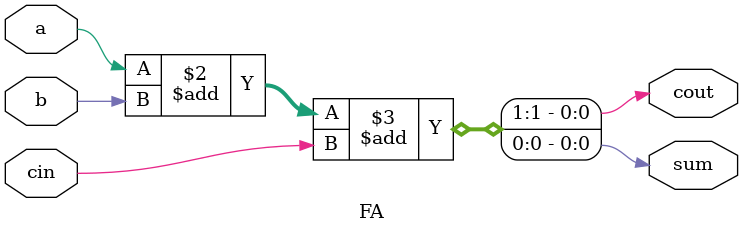
<source format=v>
module FA (a, b, cin, sum, cout);
	input a;
	input b;
	input cin;
	output sum;
	output cout;
	reg sum,cout;
	always@(*)
	/*synopsys resource FA: map_to_module="DW01_add", implementation="apparch", ops="a0";*/
		{cout,sum} = a + b + cin; //synopsys label a0
endmodule

</source>
